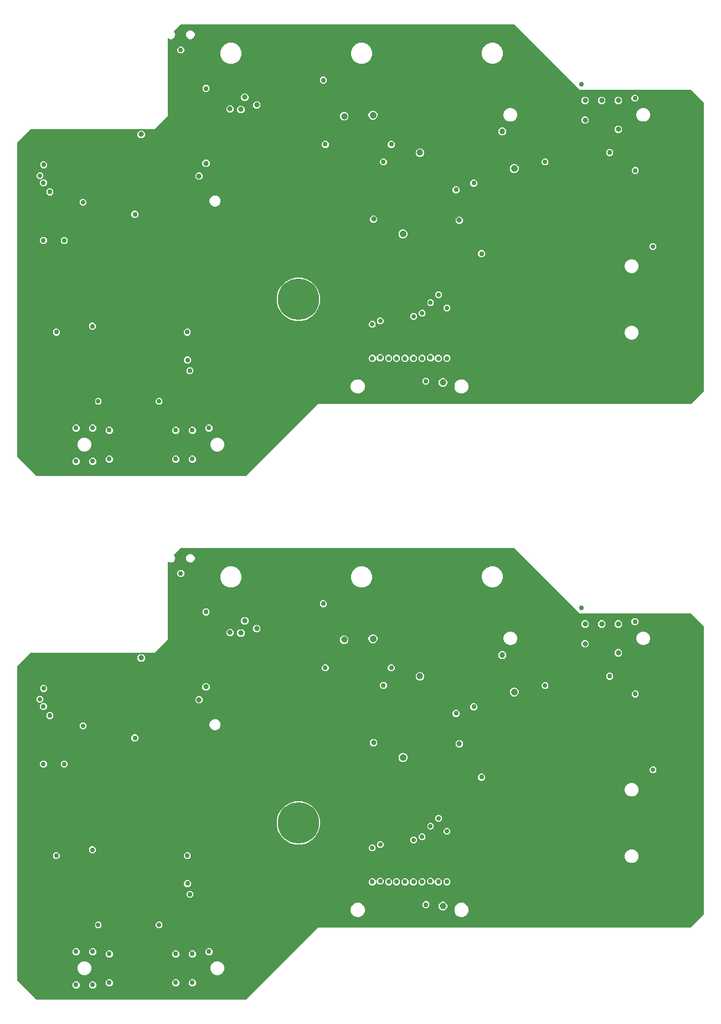
<source format=gbr>
G04 EAGLE Gerber RS-274X export*
G75*
%MOMM*%
%FSLAX34Y34*%
%LPD*%
%INLayer3*%
%IPPOS*%
%AMOC8*
5,1,8,0,0,1.08239X$1,22.5*%
G01*
%ADD10C,0.756400*%
%ADD11C,0.706400*%
%ADD12C,0.806400*%
%ADD13C,1.006400*%
%ADD14C,0.406400*%
%ADD15C,0.508000*%
%ADD16C,0.254000*%
%ADD17C,0.856400*%
%ADD18C,1.056400*%
%ADD19C,6.316000*%

G36*
X471502Y914997D02*
X471502Y914997D01*
X471503Y914997D01*
X581502Y1024996D01*
X1151500Y1024996D01*
X1151502Y1024997D01*
X1151503Y1024997D01*
X1171503Y1044997D01*
X1171503Y1044998D01*
X1171503Y1044999D01*
X1171504Y1045000D01*
X1171504Y1485000D01*
X1171503Y1485002D01*
X1171503Y1485003D01*
X1151503Y1505003D01*
X1151501Y1505003D01*
X1151500Y1505004D01*
X981502Y1505004D01*
X881503Y1605003D01*
X881501Y1605003D01*
X881500Y1605004D01*
X371500Y1605004D01*
X371498Y1605003D01*
X371497Y1605003D01*
X360681Y1594187D01*
X360681Y1594186D01*
X360680Y1594185D01*
X360681Y1594183D01*
X360681Y1594181D01*
X361981Y1592881D01*
X362977Y1590477D01*
X362977Y1587875D01*
X361981Y1585471D01*
X360141Y1583631D01*
X357737Y1582635D01*
X355135Y1582635D01*
X352731Y1583631D01*
X351503Y1584859D01*
X351502Y1584859D01*
X351501Y1584860D01*
X351499Y1584859D01*
X351497Y1584859D01*
X351497Y1584857D01*
X351496Y1584856D01*
X351496Y1465002D01*
X331498Y1445004D01*
X141500Y1445004D01*
X141498Y1445003D01*
X141497Y1445003D01*
X121497Y1425003D01*
X121497Y1425002D01*
X121496Y1425001D01*
X121496Y1425000D01*
X121496Y945000D01*
X121497Y944998D01*
X121497Y944997D01*
X151497Y914997D01*
X151499Y914997D01*
X151500Y914996D01*
X471500Y914996D01*
X471502Y914997D01*
G37*
G36*
X471502Y114997D02*
X471502Y114997D01*
X471503Y114997D01*
X581502Y224996D01*
X1151500Y224996D01*
X1151502Y224997D01*
X1151503Y224997D01*
X1171503Y244997D01*
X1171503Y244998D01*
X1171503Y244999D01*
X1171504Y245000D01*
X1171504Y685000D01*
X1171503Y685002D01*
X1171503Y685003D01*
X1151503Y705003D01*
X1151501Y705003D01*
X1151500Y705004D01*
X981502Y705004D01*
X881503Y805003D01*
X881501Y805003D01*
X881500Y805004D01*
X371500Y805004D01*
X371498Y805003D01*
X371497Y805003D01*
X360681Y794187D01*
X360681Y794186D01*
X360680Y794185D01*
X360681Y794183D01*
X360681Y794181D01*
X361981Y792881D01*
X362977Y790477D01*
X362977Y787875D01*
X361981Y785471D01*
X360141Y783631D01*
X357737Y782635D01*
X355135Y782635D01*
X352731Y783631D01*
X351503Y784859D01*
X351502Y784859D01*
X351501Y784860D01*
X351499Y784859D01*
X351497Y784859D01*
X351497Y784857D01*
X351496Y784856D01*
X351496Y665002D01*
X331498Y645004D01*
X141500Y645004D01*
X141498Y645003D01*
X141497Y645003D01*
X121497Y625003D01*
X121497Y625002D01*
X121496Y625001D01*
X121496Y625000D01*
X121496Y145000D01*
X121497Y144998D01*
X121497Y144997D01*
X151497Y114997D01*
X151499Y114997D01*
X151500Y114996D01*
X471500Y114996D01*
X471502Y114997D01*
G37*
%LPC*%
G36*
X547142Y1151895D02*
X547142Y1151895D01*
X538722Y1154151D01*
X531173Y1158510D01*
X525010Y1164673D01*
X520651Y1172222D01*
X518395Y1180642D01*
X518395Y1189358D01*
X520651Y1197778D01*
X525010Y1205327D01*
X531173Y1211490D01*
X538722Y1215849D01*
X547142Y1218105D01*
X555858Y1218105D01*
X564278Y1215849D01*
X571827Y1211490D01*
X577990Y1205327D01*
X582349Y1197778D01*
X584605Y1189358D01*
X584605Y1180642D01*
X582349Y1172222D01*
X577990Y1164673D01*
X571827Y1158510D01*
X564278Y1154151D01*
X555858Y1151895D01*
X547142Y1151895D01*
G37*
%LPD*%
%LPC*%
G36*
X547142Y351895D02*
X547142Y351895D01*
X538722Y354151D01*
X531173Y358510D01*
X525010Y364673D01*
X520651Y372222D01*
X518395Y380642D01*
X518395Y389358D01*
X520651Y397778D01*
X525010Y405327D01*
X531173Y411490D01*
X538722Y415849D01*
X547142Y418105D01*
X555858Y418105D01*
X564278Y415849D01*
X571827Y411490D01*
X577990Y405327D01*
X582349Y397778D01*
X584605Y389358D01*
X584605Y380642D01*
X582349Y372222D01*
X577990Y364673D01*
X571827Y358510D01*
X564278Y354151D01*
X555858Y351895D01*
X547142Y351895D01*
G37*
%LPD*%
%LPC*%
G36*
X445009Y1544723D02*
X445009Y1544723D01*
X439114Y1547165D01*
X434601Y1551678D01*
X432159Y1557573D01*
X432159Y1563955D01*
X434601Y1569850D01*
X439114Y1574363D01*
X445009Y1576805D01*
X451391Y1576805D01*
X457286Y1574363D01*
X461799Y1569850D01*
X464241Y1563955D01*
X464241Y1557573D01*
X461799Y1551678D01*
X457286Y1547165D01*
X451391Y1544723D01*
X445009Y1544723D01*
G37*
%LPD*%
%LPC*%
G36*
X845009Y745223D02*
X845009Y745223D01*
X839114Y747665D01*
X834601Y752178D01*
X832159Y758073D01*
X832159Y764455D01*
X834601Y770350D01*
X839114Y774863D01*
X845009Y777305D01*
X851391Y777305D01*
X857286Y774863D01*
X861799Y770350D01*
X864241Y764455D01*
X864241Y758073D01*
X861799Y752178D01*
X857286Y747665D01*
X851391Y745223D01*
X845009Y745223D01*
G37*
%LPD*%
%LPC*%
G36*
X644969Y744723D02*
X644969Y744723D01*
X639074Y747165D01*
X634561Y751678D01*
X632119Y757573D01*
X632119Y763955D01*
X634561Y769850D01*
X639074Y774363D01*
X644969Y776805D01*
X651351Y776805D01*
X657246Y774363D01*
X661759Y769850D01*
X664201Y763955D01*
X664201Y757573D01*
X661759Y751678D01*
X657246Y747165D01*
X651351Y744723D01*
X644969Y744723D01*
G37*
%LPD*%
%LPC*%
G36*
X445009Y744723D02*
X445009Y744723D01*
X439114Y747165D01*
X434601Y751678D01*
X432159Y757573D01*
X432159Y763955D01*
X434601Y769850D01*
X439114Y774363D01*
X445009Y776805D01*
X451391Y776805D01*
X457286Y774363D01*
X461799Y769850D01*
X464241Y763955D01*
X464241Y757573D01*
X461799Y751678D01*
X457286Y747165D01*
X451391Y744723D01*
X445009Y744723D01*
G37*
%LPD*%
%LPC*%
G36*
X644969Y1544723D02*
X644969Y1544723D01*
X639074Y1547165D01*
X634561Y1551678D01*
X632119Y1557573D01*
X632119Y1563955D01*
X634561Y1569850D01*
X639074Y1574363D01*
X644969Y1576805D01*
X651351Y1576805D01*
X657246Y1574363D01*
X661759Y1569850D01*
X664201Y1563955D01*
X664201Y1557573D01*
X661759Y1551678D01*
X657246Y1547165D01*
X651351Y1544723D01*
X644969Y1544723D01*
G37*
%LPD*%
%LPC*%
G36*
X845009Y1545223D02*
X845009Y1545223D01*
X839114Y1547665D01*
X834601Y1552178D01*
X832159Y1558073D01*
X832159Y1564455D01*
X834601Y1570350D01*
X839114Y1574863D01*
X845009Y1577305D01*
X851391Y1577305D01*
X857286Y1574863D01*
X861799Y1570350D01*
X864241Y1564455D01*
X864241Y1558073D01*
X861799Y1552178D01*
X857286Y1547665D01*
X851391Y1545223D01*
X845009Y1545223D01*
G37*
%LPD*%
%LPC*%
G36*
X640104Y1041209D02*
X640104Y1041209D01*
X636138Y1042852D01*
X633102Y1045888D01*
X631459Y1049854D01*
X631459Y1054146D01*
X633102Y1058112D01*
X636138Y1061148D01*
X640104Y1062791D01*
X644396Y1062791D01*
X648362Y1061148D01*
X651398Y1058112D01*
X653041Y1054146D01*
X653041Y1049854D01*
X651398Y1045888D01*
X648362Y1042852D01*
X644396Y1041209D01*
X640104Y1041209D01*
G37*
%LPD*%
%LPC*%
G36*
X798604Y241209D02*
X798604Y241209D01*
X794638Y242852D01*
X791602Y245888D01*
X789959Y249854D01*
X789959Y254146D01*
X791602Y258112D01*
X794638Y261148D01*
X798604Y262791D01*
X802896Y262791D01*
X806862Y261148D01*
X809898Y258112D01*
X811541Y254146D01*
X811541Y249854D01*
X809898Y245888D01*
X806862Y242852D01*
X802896Y241209D01*
X798604Y241209D01*
G37*
%LPD*%
%LPC*%
G36*
X640104Y241209D02*
X640104Y241209D01*
X636138Y242852D01*
X633102Y245888D01*
X631459Y249854D01*
X631459Y254146D01*
X633102Y258112D01*
X636138Y261148D01*
X640104Y262791D01*
X644396Y262791D01*
X648362Y261148D01*
X651398Y258112D01*
X653041Y254146D01*
X653041Y249854D01*
X651398Y245888D01*
X648362Y242852D01*
X644396Y241209D01*
X640104Y241209D01*
G37*
%LPD*%
%LPC*%
G36*
X798604Y1041209D02*
X798604Y1041209D01*
X794638Y1042852D01*
X791602Y1045888D01*
X789959Y1049854D01*
X789959Y1054146D01*
X791602Y1058112D01*
X794638Y1061148D01*
X798604Y1062791D01*
X802896Y1062791D01*
X806862Y1061148D01*
X809898Y1058112D01*
X811541Y1054146D01*
X811541Y1049854D01*
X809898Y1045888D01*
X806862Y1042852D01*
X802896Y1041209D01*
X798604Y1041209D01*
G37*
%LPD*%
%LPC*%
G36*
X1059013Y425359D02*
X1059013Y425359D01*
X1055176Y426949D01*
X1052239Y429886D01*
X1050649Y433723D01*
X1050649Y437877D01*
X1052239Y441714D01*
X1055176Y444651D01*
X1059013Y446241D01*
X1063167Y446241D01*
X1067004Y444651D01*
X1069941Y441714D01*
X1071531Y437877D01*
X1071531Y433723D01*
X1069941Y429886D01*
X1067004Y426949D01*
X1063167Y425359D01*
X1059013Y425359D01*
G37*
%LPD*%
%LPC*%
G36*
X425323Y152559D02*
X425323Y152559D01*
X421486Y154149D01*
X418549Y157086D01*
X416959Y160923D01*
X416959Y165077D01*
X418549Y168914D01*
X421486Y171851D01*
X425323Y173441D01*
X429477Y173441D01*
X433314Y171851D01*
X436251Y168914D01*
X437841Y165077D01*
X437841Y160923D01*
X436251Y157086D01*
X433314Y154149D01*
X429477Y152559D01*
X425323Y152559D01*
G37*
%LPD*%
%LPC*%
G36*
X1076723Y1456559D02*
X1076723Y1456559D01*
X1072886Y1458149D01*
X1069949Y1461086D01*
X1068359Y1464923D01*
X1068359Y1469077D01*
X1069949Y1472914D01*
X1072886Y1475851D01*
X1076723Y1477441D01*
X1080877Y1477441D01*
X1084714Y1475851D01*
X1087651Y1472914D01*
X1089241Y1469077D01*
X1089241Y1464923D01*
X1087651Y1461086D01*
X1084714Y1458149D01*
X1080877Y1456559D01*
X1076723Y1456559D01*
G37*
%LPD*%
%LPC*%
G36*
X873523Y1456559D02*
X873523Y1456559D01*
X869686Y1458149D01*
X866749Y1461086D01*
X865159Y1464923D01*
X865159Y1469077D01*
X866749Y1472914D01*
X869686Y1475851D01*
X873523Y1477441D01*
X877677Y1477441D01*
X881514Y1475851D01*
X884451Y1472914D01*
X886041Y1469077D01*
X886041Y1464923D01*
X884451Y1461086D01*
X881514Y1458149D01*
X877677Y1456559D01*
X873523Y1456559D01*
G37*
%LPD*%
%LPC*%
G36*
X1059013Y323759D02*
X1059013Y323759D01*
X1055176Y325349D01*
X1052239Y328286D01*
X1050649Y332123D01*
X1050649Y336277D01*
X1052239Y340114D01*
X1055176Y343051D01*
X1059013Y344641D01*
X1063167Y344641D01*
X1067004Y343051D01*
X1069941Y340114D01*
X1071531Y336277D01*
X1071531Y332123D01*
X1069941Y328286D01*
X1067004Y325349D01*
X1063167Y323759D01*
X1059013Y323759D01*
G37*
%LPD*%
%LPC*%
G36*
X425323Y952559D02*
X425323Y952559D01*
X421486Y954149D01*
X418549Y957086D01*
X416959Y960923D01*
X416959Y965077D01*
X418549Y968914D01*
X421486Y971851D01*
X425323Y973441D01*
X429477Y973441D01*
X433314Y971851D01*
X436251Y968914D01*
X437841Y965077D01*
X437841Y960923D01*
X436251Y957086D01*
X433314Y954149D01*
X429477Y952559D01*
X425323Y952559D01*
G37*
%LPD*%
%LPC*%
G36*
X222123Y952559D02*
X222123Y952559D01*
X218286Y954149D01*
X215349Y957086D01*
X213759Y960923D01*
X213759Y965077D01*
X215349Y968914D01*
X218286Y971851D01*
X222123Y973441D01*
X226277Y973441D01*
X230114Y971851D01*
X233051Y968914D01*
X234641Y965077D01*
X234641Y960923D01*
X233051Y957086D01*
X230114Y954149D01*
X226277Y952559D01*
X222123Y952559D01*
G37*
%LPD*%
%LPC*%
G36*
X1059013Y1225359D02*
X1059013Y1225359D01*
X1055176Y1226949D01*
X1052239Y1229886D01*
X1050649Y1233723D01*
X1050649Y1237877D01*
X1052239Y1241714D01*
X1055176Y1244651D01*
X1059013Y1246241D01*
X1063167Y1246241D01*
X1067004Y1244651D01*
X1069941Y1241714D01*
X1071531Y1237877D01*
X1071531Y1233723D01*
X1069941Y1229886D01*
X1067004Y1226949D01*
X1063167Y1225359D01*
X1059013Y1225359D01*
G37*
%LPD*%
%LPC*%
G36*
X222123Y152559D02*
X222123Y152559D01*
X218286Y154149D01*
X215349Y157086D01*
X213759Y160923D01*
X213759Y165077D01*
X215349Y168914D01*
X218286Y171851D01*
X222123Y173441D01*
X226277Y173441D01*
X230114Y171851D01*
X233051Y168914D01*
X234641Y165077D01*
X234641Y160923D01*
X233051Y157086D01*
X230114Y154149D01*
X226277Y152559D01*
X222123Y152559D01*
G37*
%LPD*%
%LPC*%
G36*
X1076723Y656559D02*
X1076723Y656559D01*
X1072886Y658149D01*
X1069949Y661086D01*
X1068359Y664923D01*
X1068359Y669077D01*
X1069949Y672914D01*
X1072886Y675851D01*
X1076723Y677441D01*
X1080877Y677441D01*
X1084714Y675851D01*
X1087651Y672914D01*
X1089241Y669077D01*
X1089241Y664923D01*
X1087651Y661086D01*
X1084714Y658149D01*
X1080877Y656559D01*
X1076723Y656559D01*
G37*
%LPD*%
%LPC*%
G36*
X873523Y656559D02*
X873523Y656559D01*
X869686Y658149D01*
X866749Y661086D01*
X865159Y664923D01*
X865159Y669077D01*
X866749Y672914D01*
X869686Y675851D01*
X873523Y677441D01*
X877677Y677441D01*
X881514Y675851D01*
X884451Y672914D01*
X886041Y669077D01*
X886041Y664923D01*
X884451Y661086D01*
X881514Y658149D01*
X877677Y656559D01*
X873523Y656559D01*
G37*
%LPD*%
%LPC*%
G36*
X1059013Y1123759D02*
X1059013Y1123759D01*
X1055176Y1125349D01*
X1052239Y1128286D01*
X1050649Y1132123D01*
X1050649Y1136277D01*
X1052239Y1140114D01*
X1055176Y1143051D01*
X1059013Y1144641D01*
X1063167Y1144641D01*
X1067004Y1143051D01*
X1069941Y1140114D01*
X1071531Y1136277D01*
X1071531Y1132123D01*
X1069941Y1128286D01*
X1067004Y1125349D01*
X1063167Y1123759D01*
X1059013Y1123759D01*
G37*
%LPD*%
%LPC*%
G36*
X422313Y1326719D02*
X422313Y1326719D01*
X419174Y1328020D01*
X416772Y1330422D01*
X415471Y1333561D01*
X415471Y1336959D01*
X416772Y1340098D01*
X419174Y1342500D01*
X422313Y1343801D01*
X425711Y1343801D01*
X428850Y1342500D01*
X431252Y1340098D01*
X432553Y1336959D01*
X432553Y1333561D01*
X431252Y1330422D01*
X428850Y1328020D01*
X425711Y1326719D01*
X422313Y1326719D01*
G37*
%LPD*%
%LPC*%
G36*
X422313Y526719D02*
X422313Y526719D01*
X419174Y528020D01*
X416772Y530422D01*
X415471Y533561D01*
X415471Y536959D01*
X416772Y540098D01*
X419174Y542500D01*
X422313Y543801D01*
X425711Y543801D01*
X428850Y542500D01*
X431252Y540098D01*
X432553Y536959D01*
X432553Y533561D01*
X431252Y530422D01*
X428850Y528020D01*
X425711Y526719D01*
X422313Y526719D01*
G37*
%LPD*%
%LPC*%
G36*
X880146Y578193D02*
X880146Y578193D01*
X877644Y579230D01*
X875730Y581144D01*
X874693Y583646D01*
X874693Y586354D01*
X875730Y588856D01*
X877644Y590770D01*
X880146Y591807D01*
X882854Y591807D01*
X885356Y590770D01*
X887270Y588856D01*
X888307Y586354D01*
X888307Y583646D01*
X887270Y581144D01*
X885356Y579230D01*
X882854Y578193D01*
X880146Y578193D01*
G37*
%LPD*%
%LPC*%
G36*
X710146Y1278193D02*
X710146Y1278193D01*
X707644Y1279230D01*
X705730Y1281144D01*
X704693Y1283646D01*
X704693Y1286354D01*
X705730Y1288856D01*
X707644Y1290770D01*
X710146Y1291807D01*
X712854Y1291807D01*
X715356Y1290770D01*
X717270Y1288856D01*
X718307Y1286354D01*
X718307Y1283646D01*
X717270Y1281144D01*
X715356Y1279230D01*
X712854Y1278193D01*
X710146Y1278193D01*
G37*
%LPD*%
%LPC*%
G36*
X710146Y478193D02*
X710146Y478193D01*
X707644Y479230D01*
X705730Y481144D01*
X704693Y483646D01*
X704693Y486354D01*
X705730Y488856D01*
X707644Y490770D01*
X710146Y491807D01*
X712854Y491807D01*
X715356Y490770D01*
X717270Y488856D01*
X718307Y486354D01*
X718307Y483646D01*
X717270Y481144D01*
X715356Y479230D01*
X712854Y478193D01*
X710146Y478193D01*
G37*
%LPD*%
%LPC*%
G36*
X664146Y1459573D02*
X664146Y1459573D01*
X661644Y1460610D01*
X659730Y1462524D01*
X658693Y1465026D01*
X658693Y1467734D01*
X659730Y1470236D01*
X661644Y1472150D01*
X664146Y1473187D01*
X666854Y1473187D01*
X669356Y1472150D01*
X671270Y1470236D01*
X672307Y1467734D01*
X672307Y1465026D01*
X671270Y1462524D01*
X669356Y1460610D01*
X666854Y1459573D01*
X664146Y1459573D01*
G37*
%LPD*%
%LPC*%
G36*
X880146Y1378193D02*
X880146Y1378193D01*
X877644Y1379230D01*
X875730Y1381144D01*
X874693Y1383646D01*
X874693Y1386354D01*
X875730Y1388856D01*
X877644Y1390770D01*
X880146Y1391807D01*
X882854Y1391807D01*
X885356Y1390770D01*
X887270Y1388856D01*
X888307Y1386354D01*
X888307Y1383646D01*
X887270Y1381144D01*
X885356Y1379230D01*
X882854Y1378193D01*
X880146Y1378193D01*
G37*
%LPD*%
%LPC*%
G36*
X664146Y659573D02*
X664146Y659573D01*
X661644Y660610D01*
X659730Y662524D01*
X658693Y665026D01*
X658693Y667734D01*
X659730Y670236D01*
X661644Y672150D01*
X664146Y673187D01*
X666854Y673187D01*
X669356Y672150D01*
X671270Y670236D01*
X672307Y667734D01*
X672307Y665026D01*
X671270Y662524D01*
X669356Y660610D01*
X666854Y659573D01*
X664146Y659573D01*
G37*
%LPD*%
%LPC*%
G36*
X771196Y1051443D02*
X771196Y1051443D01*
X768786Y1052441D01*
X766941Y1054286D01*
X765943Y1056696D01*
X765943Y1059304D01*
X766941Y1061714D01*
X768786Y1063559D01*
X771196Y1064557D01*
X773804Y1064557D01*
X776214Y1063559D01*
X778059Y1061714D01*
X779057Y1059304D01*
X779057Y1056696D01*
X778059Y1054286D01*
X776214Y1052441D01*
X773804Y1051443D01*
X771196Y1051443D01*
G37*
%LPD*%
%LPC*%
G36*
X736000Y1402639D02*
X736000Y1402639D01*
X733590Y1403637D01*
X731745Y1405482D01*
X730747Y1407892D01*
X730747Y1410500D01*
X731745Y1412910D01*
X733590Y1414755D01*
X736000Y1415753D01*
X738608Y1415753D01*
X741018Y1414755D01*
X742863Y1412910D01*
X743861Y1410500D01*
X743861Y1407892D01*
X742863Y1405482D01*
X741018Y1403637D01*
X738608Y1402639D01*
X736000Y1402639D01*
G37*
%LPD*%
%LPC*%
G36*
X620196Y1458443D02*
X620196Y1458443D01*
X617786Y1459441D01*
X615941Y1461286D01*
X614943Y1463696D01*
X614943Y1466304D01*
X615941Y1468714D01*
X617786Y1470559D01*
X620196Y1471557D01*
X622804Y1471557D01*
X625214Y1470559D01*
X627059Y1468714D01*
X628057Y1466304D01*
X628057Y1463696D01*
X627059Y1461286D01*
X625214Y1459441D01*
X622804Y1458443D01*
X620196Y1458443D01*
G37*
%LPD*%
%LPC*%
G36*
X771196Y251443D02*
X771196Y251443D01*
X768786Y252441D01*
X766941Y254286D01*
X765943Y256696D01*
X765943Y259304D01*
X766941Y261714D01*
X768786Y263559D01*
X771196Y264557D01*
X773804Y264557D01*
X776214Y263559D01*
X778059Y261714D01*
X779057Y259304D01*
X779057Y256696D01*
X778059Y254286D01*
X776214Y252441D01*
X773804Y251443D01*
X771196Y251443D01*
G37*
%LPD*%
%LPC*%
G36*
X736000Y602639D02*
X736000Y602639D01*
X733590Y603637D01*
X731745Y605482D01*
X730747Y607892D01*
X730747Y610500D01*
X731745Y612910D01*
X733590Y614755D01*
X736000Y615753D01*
X738608Y615753D01*
X741018Y614755D01*
X742863Y612910D01*
X743861Y610500D01*
X743861Y607892D01*
X742863Y605482D01*
X741018Y603637D01*
X738608Y602639D01*
X736000Y602639D01*
G37*
%LPD*%
%LPC*%
G36*
X620196Y658443D02*
X620196Y658443D01*
X617786Y659441D01*
X615941Y661286D01*
X614943Y663696D01*
X614943Y666304D01*
X615941Y668714D01*
X617786Y670559D01*
X620196Y671557D01*
X622804Y671557D01*
X625214Y670559D01*
X627059Y668714D01*
X628057Y666304D01*
X628057Y663696D01*
X627059Y661286D01*
X625214Y659441D01*
X622804Y658443D01*
X620196Y658443D01*
G37*
%LPD*%
%LPC*%
G36*
X385135Y782635D02*
X385135Y782635D01*
X382731Y783631D01*
X380891Y785471D01*
X379895Y787875D01*
X379895Y790477D01*
X380891Y792881D01*
X382731Y794721D01*
X385135Y795717D01*
X387737Y795717D01*
X390141Y794721D01*
X391981Y792881D01*
X392977Y790477D01*
X392977Y787875D01*
X391981Y785471D01*
X390141Y783631D01*
X387737Y782635D01*
X385135Y782635D01*
G37*
%LPD*%
%LPC*%
G36*
X385135Y1582635D02*
X385135Y1582635D01*
X382731Y1583631D01*
X380891Y1585471D01*
X379895Y1587875D01*
X379895Y1590477D01*
X380891Y1592881D01*
X382731Y1594721D01*
X385135Y1595717D01*
X387737Y1595717D01*
X390141Y1594721D01*
X391981Y1592881D01*
X392977Y1590477D01*
X392977Y1587875D01*
X391981Y1585471D01*
X390141Y1583631D01*
X387737Y1582635D01*
X385135Y1582635D01*
G37*
%LPD*%
%LPC*%
G36*
X860495Y1435793D02*
X860495Y1435793D01*
X857093Y1439195D01*
X857093Y1444005D01*
X860495Y1447407D01*
X865305Y1447407D01*
X868707Y1444005D01*
X868707Y1439195D01*
X865305Y1435793D01*
X860495Y1435793D01*
G37*
%LPD*%
%LPC*%
G36*
X860495Y635793D02*
X860495Y635793D01*
X857093Y639195D01*
X857093Y644005D01*
X860495Y647407D01*
X865305Y647407D01*
X868707Y644005D01*
X868707Y639195D01*
X865305Y635793D01*
X860495Y635793D01*
G37*
%LPD*%
%LPC*%
G36*
X795198Y1300443D02*
X795198Y1300443D01*
X791943Y1303698D01*
X791943Y1308302D01*
X795198Y1311557D01*
X799802Y1311557D01*
X803057Y1308302D01*
X803057Y1303698D01*
X799802Y1300443D01*
X795198Y1300443D01*
G37*
%LPD*%
%LPC*%
G36*
X1038398Y1483443D02*
X1038398Y1483443D01*
X1035143Y1486698D01*
X1035143Y1491302D01*
X1038398Y1494557D01*
X1043002Y1494557D01*
X1046257Y1491302D01*
X1046257Y1486698D01*
X1043002Y1483443D01*
X1038398Y1483443D01*
G37*
%LPD*%
%LPC*%
G36*
X1012998Y1483443D02*
X1012998Y1483443D01*
X1009743Y1486698D01*
X1009743Y1491302D01*
X1012998Y1494557D01*
X1017602Y1494557D01*
X1020857Y1491302D01*
X1020857Y1486698D01*
X1017602Y1483443D01*
X1012998Y1483443D01*
G37*
%LPD*%
%LPC*%
G36*
X987598Y1483443D02*
X987598Y1483443D01*
X984343Y1486698D01*
X984343Y1491302D01*
X987598Y1494557D01*
X992202Y1494557D01*
X995457Y1491302D01*
X995457Y1486698D01*
X992202Y1483443D01*
X987598Y1483443D01*
G37*
%LPD*%
%LPC*%
G36*
X485666Y1476617D02*
X485666Y1476617D01*
X482411Y1479872D01*
X482411Y1484476D01*
X485666Y1487731D01*
X490270Y1487731D01*
X493525Y1484476D01*
X493525Y1479872D01*
X490270Y1476617D01*
X485666Y1476617D01*
G37*
%LPD*%
%LPC*%
G36*
X795198Y500443D02*
X795198Y500443D01*
X791943Y503698D01*
X791943Y508302D01*
X795198Y511557D01*
X799802Y511557D01*
X803057Y508302D01*
X803057Y503698D01*
X799802Y500443D01*
X795198Y500443D01*
G37*
%LPD*%
%LPC*%
G36*
X664198Y502131D02*
X664198Y502131D01*
X660943Y505386D01*
X660943Y509990D01*
X664198Y513245D01*
X668802Y513245D01*
X672057Y509990D01*
X672057Y505386D01*
X668802Y502131D01*
X664198Y502131D01*
G37*
%LPD*%
%LPC*%
G36*
X444518Y1470501D02*
X444518Y1470501D01*
X441263Y1473756D01*
X441263Y1478359D01*
X444518Y1481614D01*
X449122Y1481614D01*
X452377Y1478359D01*
X452377Y1473756D01*
X449122Y1470501D01*
X444518Y1470501D01*
G37*
%LPD*%
%LPC*%
G36*
X397274Y567663D02*
X397274Y567663D01*
X394019Y570918D01*
X394019Y575522D01*
X397274Y578777D01*
X401878Y578777D01*
X405133Y575522D01*
X405133Y570918D01*
X401878Y567663D01*
X397274Y567663D01*
G37*
%LPD*%
%LPC*%
G36*
X461282Y1469771D02*
X461282Y1469771D01*
X458027Y1473026D01*
X458027Y1477630D01*
X461282Y1480885D01*
X465886Y1480885D01*
X469141Y1477630D01*
X469141Y1473026D01*
X465886Y1469771D01*
X461282Y1469771D01*
G37*
%LPD*%
%LPC*%
G36*
X407942Y587475D02*
X407942Y587475D01*
X404687Y590730D01*
X404687Y595334D01*
X407942Y598589D01*
X412546Y598589D01*
X415801Y595334D01*
X415801Y590730D01*
X412546Y587475D01*
X407942Y587475D01*
G37*
%LPD*%
%LPC*%
G36*
X987598Y1453159D02*
X987598Y1453159D01*
X984343Y1456414D01*
X984343Y1461018D01*
X987598Y1464273D01*
X992202Y1464273D01*
X995457Y1461018D01*
X995457Y1456414D01*
X992202Y1453159D01*
X987598Y1453159D01*
G37*
%LPD*%
%LPC*%
G36*
X308882Y631671D02*
X308882Y631671D01*
X305627Y634926D01*
X305627Y639530D01*
X308882Y642785D01*
X313486Y642785D01*
X316741Y639530D01*
X316741Y634926D01*
X313486Y631671D01*
X308882Y631671D01*
G37*
%LPD*%
%LPC*%
G36*
X664198Y1302131D02*
X664198Y1302131D01*
X660943Y1305386D01*
X660943Y1309990D01*
X664198Y1313245D01*
X668802Y1313245D01*
X672057Y1309990D01*
X672057Y1305386D01*
X668802Y1302131D01*
X664198Y1302131D01*
G37*
%LPD*%
%LPC*%
G36*
X1038398Y639443D02*
X1038398Y639443D01*
X1035143Y642698D01*
X1035143Y647302D01*
X1038398Y650557D01*
X1043002Y650557D01*
X1046257Y647302D01*
X1046257Y642698D01*
X1043002Y639443D01*
X1038398Y639443D01*
G37*
%LPD*%
%LPC*%
G36*
X1038398Y1439443D02*
X1038398Y1439443D01*
X1035143Y1442698D01*
X1035143Y1447302D01*
X1038398Y1450557D01*
X1043002Y1450557D01*
X1046257Y1447302D01*
X1046257Y1442698D01*
X1043002Y1439443D01*
X1038398Y1439443D01*
G37*
%LPD*%
%LPC*%
G36*
X397274Y1367663D02*
X397274Y1367663D01*
X394019Y1370918D01*
X394019Y1375522D01*
X397274Y1378777D01*
X401878Y1378777D01*
X405133Y1375522D01*
X405133Y1370918D01*
X401878Y1367663D01*
X397274Y1367663D01*
G37*
%LPD*%
%LPC*%
G36*
X467198Y1488443D02*
X467198Y1488443D01*
X463943Y1491698D01*
X463943Y1496302D01*
X467198Y1499557D01*
X471802Y1499557D01*
X475057Y1496302D01*
X475057Y1491698D01*
X471802Y1488443D01*
X467198Y1488443D01*
G37*
%LPD*%
%LPC*%
G36*
X308882Y1431671D02*
X308882Y1431671D01*
X305627Y1434926D01*
X305627Y1439530D01*
X308882Y1442785D01*
X313486Y1442785D01*
X316741Y1439530D01*
X316741Y1434926D01*
X313486Y1431671D01*
X308882Y1431671D01*
G37*
%LPD*%
%LPC*%
G36*
X461282Y669771D02*
X461282Y669771D01*
X458027Y673026D01*
X458027Y677630D01*
X461282Y680885D01*
X465886Y680885D01*
X469141Y677630D01*
X469141Y673026D01*
X465886Y669771D01*
X461282Y669771D01*
G37*
%LPD*%
%LPC*%
G36*
X444518Y670501D02*
X444518Y670501D01*
X441263Y673756D01*
X441263Y678359D01*
X444518Y681614D01*
X449122Y681614D01*
X452377Y678359D01*
X452377Y673756D01*
X449122Y670501D01*
X444518Y670501D01*
G37*
%LPD*%
%LPC*%
G36*
X485666Y676617D02*
X485666Y676617D01*
X482411Y679872D01*
X482411Y684476D01*
X485666Y687731D01*
X490270Y687731D01*
X493525Y684476D01*
X493525Y679872D01*
X490270Y676617D01*
X485666Y676617D01*
G37*
%LPD*%
%LPC*%
G36*
X987598Y683443D02*
X987598Y683443D01*
X984343Y686698D01*
X984343Y691302D01*
X987598Y694557D01*
X992202Y694557D01*
X995457Y691302D01*
X995457Y686698D01*
X992202Y683443D01*
X987598Y683443D01*
G37*
%LPD*%
%LPC*%
G36*
X1012998Y683443D02*
X1012998Y683443D01*
X1009743Y686698D01*
X1009743Y691302D01*
X1012998Y694557D01*
X1017602Y694557D01*
X1020857Y691302D01*
X1020857Y686698D01*
X1017602Y683443D01*
X1012998Y683443D01*
G37*
%LPD*%
%LPC*%
G36*
X1038398Y683443D02*
X1038398Y683443D01*
X1035143Y686698D01*
X1035143Y691302D01*
X1038398Y694557D01*
X1043002Y694557D01*
X1046257Y691302D01*
X1046257Y686698D01*
X1043002Y683443D01*
X1038398Y683443D01*
G37*
%LPD*%
%LPC*%
G36*
X467198Y688443D02*
X467198Y688443D01*
X463943Y691698D01*
X463943Y696302D01*
X467198Y699557D01*
X471802Y699557D01*
X475057Y696302D01*
X475057Y691698D01*
X471802Y688443D01*
X467198Y688443D01*
G37*
%LPD*%
%LPC*%
G36*
X987598Y653159D02*
X987598Y653159D01*
X984343Y656414D01*
X984343Y661018D01*
X987598Y664273D01*
X992202Y664273D01*
X995457Y661018D01*
X995457Y656414D01*
X992202Y653159D01*
X987598Y653159D01*
G37*
%LPD*%
%LPC*%
G36*
X407942Y1387475D02*
X407942Y1387475D01*
X404687Y1390730D01*
X404687Y1395334D01*
X407942Y1398589D01*
X412546Y1398589D01*
X415801Y1395334D01*
X415801Y1390730D01*
X412546Y1387475D01*
X407942Y1387475D01*
G37*
%LPD*%
%LPC*%
G36*
X662302Y1089693D02*
X662302Y1089693D01*
X659193Y1092802D01*
X659193Y1097198D01*
X662302Y1100307D01*
X666698Y1100307D01*
X669807Y1097198D01*
X669807Y1092802D01*
X666698Y1089693D01*
X662302Y1089693D01*
G37*
%LPD*%
%LPC*%
G36*
X379728Y1087119D02*
X379728Y1087119D01*
X376619Y1090228D01*
X376619Y1094624D01*
X379728Y1097733D01*
X384124Y1097733D01*
X387233Y1094624D01*
X387233Y1090228D01*
X384124Y1087119D01*
X379728Y1087119D01*
G37*
%LPD*%
%LPC*%
G36*
X383302Y1070693D02*
X383302Y1070693D01*
X380193Y1073802D01*
X380193Y1078198D01*
X383302Y1081307D01*
X387698Y1081307D01*
X390807Y1078198D01*
X390807Y1073802D01*
X387698Y1070693D01*
X383302Y1070693D01*
G37*
%LPD*%
%LPC*%
G36*
X744302Y1054693D02*
X744302Y1054693D01*
X741193Y1057802D01*
X741193Y1062198D01*
X744302Y1065307D01*
X748698Y1065307D01*
X751807Y1062198D01*
X751807Y1057802D01*
X748698Y1054693D01*
X744302Y1054693D01*
G37*
%LPD*%
%LPC*%
G36*
X234702Y132293D02*
X234702Y132293D01*
X231593Y135402D01*
X231593Y139798D01*
X234702Y142907D01*
X239098Y142907D01*
X242207Y139798D01*
X242207Y135402D01*
X239098Y132293D01*
X234702Y132293D01*
G37*
%LPD*%
%LPC*%
G36*
X1064302Y1376693D02*
X1064302Y1376693D01*
X1061193Y1379802D01*
X1061193Y1384198D01*
X1064302Y1387307D01*
X1068698Y1387307D01*
X1071807Y1384198D01*
X1071807Y1379802D01*
X1068698Y1376693D01*
X1064302Y1376693D01*
G37*
%LPD*%
%LPC*%
G36*
X159755Y1385240D02*
X159755Y1385240D01*
X156647Y1388349D01*
X156647Y1392745D01*
X159755Y1395853D01*
X164151Y1395853D01*
X167260Y1392745D01*
X167260Y1388349D01*
X164151Y1385240D01*
X159755Y1385240D01*
G37*
%LPD*%
%LPC*%
G36*
X387102Y135693D02*
X387102Y135693D01*
X383993Y138802D01*
X383993Y143198D01*
X387102Y146307D01*
X391498Y146307D01*
X394607Y143198D01*
X394607Y138802D01*
X391498Y135693D01*
X387102Y135693D01*
G37*
%LPD*%
%LPC*%
G36*
X260102Y135693D02*
X260102Y135693D01*
X256993Y138802D01*
X256993Y143198D01*
X260102Y146307D01*
X264498Y146307D01*
X267607Y143198D01*
X267607Y138802D01*
X264498Y135693D01*
X260102Y135693D01*
G37*
%LPD*%
%LPC*%
G36*
X412502Y983093D02*
X412502Y983093D01*
X409393Y986202D01*
X409393Y990598D01*
X412502Y993707D01*
X416898Y993707D01*
X420007Y990598D01*
X420007Y986202D01*
X416898Y983093D01*
X412502Y983093D01*
G37*
%LPD*%
%LPC*%
G36*
X234702Y983093D02*
X234702Y983093D01*
X231593Y986202D01*
X231593Y990598D01*
X234702Y993707D01*
X239098Y993707D01*
X242207Y990598D01*
X242207Y986202D01*
X239098Y983093D01*
X234702Y983093D01*
G37*
%LPD*%
%LPC*%
G36*
X209302Y983093D02*
X209302Y983093D01*
X206193Y986202D01*
X206193Y990598D01*
X209302Y993707D01*
X213698Y993707D01*
X216807Y990598D01*
X216807Y986202D01*
X213698Y983093D01*
X209302Y983093D01*
G37*
%LPD*%
%LPC*%
G36*
X387102Y979693D02*
X387102Y979693D01*
X383993Y982802D01*
X383993Y987198D01*
X387102Y990307D01*
X391498Y990307D01*
X394607Y987198D01*
X394607Y982802D01*
X391498Y979693D01*
X387102Y979693D01*
G37*
%LPD*%
%LPC*%
G36*
X361702Y979693D02*
X361702Y979693D01*
X358593Y982802D01*
X358593Y987198D01*
X361702Y990307D01*
X366098Y990307D01*
X369207Y987198D01*
X369207Y982802D01*
X366098Y979693D01*
X361702Y979693D01*
G37*
%LPD*%
%LPC*%
G36*
X260102Y979693D02*
X260102Y979693D01*
X256993Y982802D01*
X256993Y987198D01*
X260102Y990307D01*
X264498Y990307D01*
X267607Y987198D01*
X267607Y982802D01*
X264498Y979693D01*
X260102Y979693D01*
G37*
%LPD*%
%LPC*%
G36*
X687302Y1089693D02*
X687302Y1089693D01*
X684193Y1092802D01*
X684193Y1097198D01*
X687302Y1100307D01*
X691698Y1100307D01*
X694807Y1097198D01*
X694807Y1092802D01*
X691698Y1089693D01*
X687302Y1089693D01*
G37*
%LPD*%
%LPC*%
G36*
X361702Y135693D02*
X361702Y135693D01*
X358593Y138802D01*
X358593Y143198D01*
X361702Y146307D01*
X366098Y146307D01*
X369207Y143198D01*
X369207Y138802D01*
X366098Y135693D01*
X361702Y135693D01*
G37*
%LPD*%
%LPC*%
G36*
X387102Y935693D02*
X387102Y935693D01*
X383993Y938802D01*
X383993Y943198D01*
X387102Y946307D01*
X391498Y946307D01*
X394607Y943198D01*
X394607Y938802D01*
X391498Y935693D01*
X387102Y935693D01*
G37*
%LPD*%
%LPC*%
G36*
X361702Y935693D02*
X361702Y935693D01*
X358593Y938802D01*
X358593Y943198D01*
X361702Y946307D01*
X366098Y946307D01*
X369207Y943198D01*
X369207Y938802D01*
X366098Y935693D01*
X361702Y935693D01*
G37*
%LPD*%
%LPC*%
G36*
X260102Y935693D02*
X260102Y935693D01*
X256993Y938802D01*
X256993Y943198D01*
X260102Y946307D01*
X264498Y946307D01*
X267607Y943198D01*
X267607Y938802D01*
X264498Y935693D01*
X260102Y935693D01*
G37*
%LPD*%
%LPC*%
G36*
X234702Y932293D02*
X234702Y932293D01*
X231593Y935402D01*
X231593Y939798D01*
X234702Y942907D01*
X239098Y942907D01*
X242207Y939798D01*
X242207Y935402D01*
X239098Y932293D01*
X234702Y932293D01*
G37*
%LPD*%
%LPC*%
G36*
X209302Y932293D02*
X209302Y932293D01*
X206193Y935402D01*
X206193Y939798D01*
X209302Y942907D01*
X213698Y942907D01*
X216807Y939798D01*
X216807Y935402D01*
X213698Y932293D01*
X209302Y932293D01*
G37*
%LPD*%
%LPC*%
G36*
X699302Y1089693D02*
X699302Y1089693D01*
X696193Y1092802D01*
X696193Y1097198D01*
X699302Y1100307D01*
X703698Y1100307D01*
X706807Y1097198D01*
X706807Y1092802D01*
X703698Y1089693D01*
X699302Y1089693D01*
G37*
%LPD*%
%LPC*%
G36*
X169302Y1343809D02*
X169302Y1343809D01*
X166193Y1346918D01*
X166193Y1351314D01*
X169302Y1354423D01*
X173698Y1354423D01*
X176807Y1351314D01*
X176807Y1346918D01*
X173698Y1343809D01*
X169302Y1343809D01*
G37*
%LPD*%
%LPC*%
G36*
X679302Y1389693D02*
X679302Y1389693D01*
X676193Y1392802D01*
X676193Y1397198D01*
X679302Y1400307D01*
X683698Y1400307D01*
X686807Y1397198D01*
X686807Y1392802D01*
X683698Y1389693D01*
X679302Y1389693D01*
G37*
%LPD*%
%LPC*%
G36*
X1025302Y1403889D02*
X1025302Y1403889D01*
X1022193Y1406998D01*
X1022193Y1411394D01*
X1025302Y1414503D01*
X1029698Y1414503D01*
X1032807Y1411394D01*
X1032807Y1406998D01*
X1029698Y1403889D01*
X1025302Y1403889D01*
G37*
%LPD*%
%LPC*%
G36*
X590302Y1416693D02*
X590302Y1416693D01*
X587193Y1419802D01*
X587193Y1424198D01*
X590302Y1427307D01*
X594698Y1427307D01*
X597807Y1424198D01*
X597807Y1419802D01*
X594698Y1416693D01*
X590302Y1416693D01*
G37*
%LPD*%
%LPC*%
G36*
X369302Y760693D02*
X369302Y760693D01*
X366193Y763802D01*
X366193Y768198D01*
X369302Y771307D01*
X373698Y771307D01*
X376807Y768198D01*
X376807Y763802D01*
X373698Y760693D01*
X369302Y760693D01*
G37*
%LPD*%
%LPC*%
G36*
X587302Y714693D02*
X587302Y714693D01*
X584193Y717802D01*
X584193Y722198D01*
X587302Y725307D01*
X591698Y725307D01*
X594807Y722198D01*
X594807Y717802D01*
X591698Y714693D01*
X587302Y714693D01*
G37*
%LPD*%
%LPC*%
G36*
X408046Y702025D02*
X408046Y702025D01*
X404937Y705134D01*
X404937Y709530D01*
X408046Y712639D01*
X412442Y712639D01*
X415551Y709530D01*
X415551Y705134D01*
X412442Y702025D01*
X408046Y702025D01*
G37*
%LPD*%
%LPC*%
G36*
X712302Y1089693D02*
X712302Y1089693D01*
X709193Y1092802D01*
X709193Y1097198D01*
X712302Y1100307D01*
X716698Y1100307D01*
X719807Y1097198D01*
X719807Y1092802D01*
X716698Y1089693D01*
X712302Y1089693D01*
G37*
%LPD*%
%LPC*%
G36*
X1063902Y687093D02*
X1063902Y687093D01*
X1060793Y690202D01*
X1060793Y694598D01*
X1063902Y697707D01*
X1068298Y697707D01*
X1071407Y694598D01*
X1071407Y690202D01*
X1068298Y687093D01*
X1063902Y687093D01*
G37*
%LPD*%
%LPC*%
G36*
X725302Y1089693D02*
X725302Y1089693D01*
X722193Y1092802D01*
X722193Y1097198D01*
X725302Y1100307D01*
X729698Y1100307D01*
X732807Y1097198D01*
X732807Y1092802D01*
X729698Y1089693D01*
X725302Y1089693D01*
G37*
%LPD*%
%LPC*%
G36*
X776302Y1089693D02*
X776302Y1089693D01*
X773193Y1092802D01*
X773193Y1097198D01*
X776302Y1100307D01*
X780698Y1100307D01*
X783807Y1097198D01*
X783807Y1092802D01*
X780698Y1089693D01*
X776302Y1089693D01*
G37*
%LPD*%
%LPC*%
G36*
X763302Y1089693D02*
X763302Y1089693D01*
X760193Y1092802D01*
X760193Y1097198D01*
X763302Y1100307D01*
X767698Y1100307D01*
X770807Y1097198D01*
X770807Y1092802D01*
X767698Y1089693D01*
X763302Y1089693D01*
G37*
%LPD*%
%LPC*%
G36*
X738302Y1089693D02*
X738302Y1089693D01*
X735193Y1092802D01*
X735193Y1097198D01*
X738302Y1100307D01*
X742698Y1100307D01*
X745807Y1097198D01*
X745807Y1092802D01*
X742698Y1089693D01*
X738302Y1089693D01*
G37*
%LPD*%
%LPC*%
G36*
X751302Y1090693D02*
X751302Y1090693D01*
X748193Y1093802D01*
X748193Y1098198D01*
X751302Y1101307D01*
X755698Y1101307D01*
X758807Y1098198D01*
X758807Y1093802D01*
X755698Y1090693D01*
X751302Y1090693D01*
G37*
%LPD*%
%LPC*%
G36*
X674302Y1090693D02*
X674302Y1090693D01*
X671193Y1093802D01*
X671193Y1098198D01*
X674302Y1101307D01*
X678698Y1101307D01*
X681807Y1098198D01*
X681807Y1093802D01*
X678698Y1090693D01*
X674302Y1090693D01*
G37*
%LPD*%
%LPC*%
G36*
X691302Y1416693D02*
X691302Y1416693D01*
X688193Y1419802D01*
X688193Y1424198D01*
X691302Y1427307D01*
X695698Y1427307D01*
X698807Y1424198D01*
X698807Y1419802D01*
X695698Y1416693D01*
X691302Y1416693D01*
G37*
%LPD*%
%LPC*%
G36*
X179302Y1129693D02*
X179302Y1129693D01*
X176193Y1132802D01*
X176193Y1137198D01*
X179302Y1140307D01*
X183698Y1140307D01*
X186807Y1137198D01*
X186807Y1132802D01*
X183698Y1129693D01*
X179302Y1129693D01*
G37*
%LPD*%
%LPC*%
G36*
X379302Y1129693D02*
X379302Y1129693D01*
X376193Y1132802D01*
X376193Y1137198D01*
X379302Y1140307D01*
X383698Y1140307D01*
X386807Y1137198D01*
X386807Y1132802D01*
X383698Y1129693D01*
X379302Y1129693D01*
G37*
%LPD*%
%LPC*%
G36*
X234302Y1138693D02*
X234302Y1138693D01*
X231193Y1141802D01*
X231193Y1146198D01*
X234302Y1149307D01*
X238698Y1149307D01*
X241807Y1146198D01*
X241807Y1141802D01*
X238698Y1138693D01*
X234302Y1138693D01*
G37*
%LPD*%
%LPC*%
G36*
X209302Y132293D02*
X209302Y132293D01*
X206193Y135402D01*
X206193Y139798D01*
X209302Y142907D01*
X213698Y142907D01*
X216807Y139798D01*
X216807Y135402D01*
X213698Y132293D01*
X209302Y132293D01*
G37*
%LPD*%
%LPC*%
G36*
X369302Y1560693D02*
X369302Y1560693D01*
X366193Y1563802D01*
X366193Y1568198D01*
X369302Y1571307D01*
X373698Y1571307D01*
X376807Y1568198D01*
X376807Y1563802D01*
X373698Y1560693D01*
X369302Y1560693D01*
G37*
%LPD*%
%LPC*%
G36*
X587302Y1514693D02*
X587302Y1514693D01*
X584193Y1517802D01*
X584193Y1522198D01*
X587302Y1525307D01*
X591698Y1525307D01*
X594807Y1522198D01*
X594807Y1517802D01*
X591698Y1514693D01*
X587302Y1514693D01*
G37*
%LPD*%
%LPC*%
G36*
X260102Y179693D02*
X260102Y179693D01*
X256993Y182802D01*
X256993Y187198D01*
X260102Y190307D01*
X264498Y190307D01*
X267607Y187198D01*
X267607Y182802D01*
X264498Y179693D01*
X260102Y179693D01*
G37*
%LPD*%
%LPC*%
G36*
X691302Y616693D02*
X691302Y616693D01*
X688193Y619802D01*
X688193Y624198D01*
X691302Y627307D01*
X695698Y627307D01*
X698807Y624198D01*
X698807Y619802D01*
X695698Y616693D01*
X691302Y616693D01*
G37*
%LPD*%
%LPC*%
G36*
X590302Y616693D02*
X590302Y616693D01*
X587193Y619802D01*
X587193Y624198D01*
X590302Y627307D01*
X594698Y627307D01*
X597807Y624198D01*
X597807Y619802D01*
X594698Y616693D01*
X590302Y616693D01*
G37*
%LPD*%
%LPC*%
G36*
X361702Y179693D02*
X361702Y179693D01*
X358593Y182802D01*
X358593Y187198D01*
X361702Y190307D01*
X366098Y190307D01*
X369207Y187198D01*
X369207Y182802D01*
X366098Y179693D01*
X361702Y179693D01*
G37*
%LPD*%
%LPC*%
G36*
X1025302Y603889D02*
X1025302Y603889D01*
X1022193Y606998D01*
X1022193Y611394D01*
X1025302Y614503D01*
X1029698Y614503D01*
X1032807Y611394D01*
X1032807Y606998D01*
X1029698Y603889D01*
X1025302Y603889D01*
G37*
%LPD*%
%LPC*%
G36*
X679302Y589693D02*
X679302Y589693D01*
X676193Y592802D01*
X676193Y597198D01*
X679302Y600307D01*
X683698Y600307D01*
X686807Y597198D01*
X686807Y592802D01*
X683698Y589693D01*
X679302Y589693D01*
G37*
%LPD*%
%LPC*%
G36*
X387102Y179693D02*
X387102Y179693D01*
X383993Y182802D01*
X383993Y187198D01*
X387102Y190307D01*
X391498Y190307D01*
X394607Y187198D01*
X394607Y182802D01*
X391498Y179693D01*
X387102Y179693D01*
G37*
%LPD*%
%LPC*%
G36*
X209302Y183093D02*
X209302Y183093D01*
X206193Y186202D01*
X206193Y190598D01*
X209302Y193707D01*
X213698Y193707D01*
X216807Y190598D01*
X216807Y186202D01*
X213698Y183093D01*
X209302Y183093D01*
G37*
%LPD*%
%LPC*%
G36*
X159755Y585240D02*
X159755Y585240D01*
X156647Y588349D01*
X156647Y592745D01*
X159755Y595853D01*
X164151Y595853D01*
X167260Y592745D01*
X167260Y588349D01*
X164151Y585240D01*
X159755Y585240D01*
G37*
%LPD*%
%LPC*%
G36*
X234702Y183093D02*
X234702Y183093D01*
X231593Y186202D01*
X231593Y190598D01*
X234702Y193707D01*
X239098Y193707D01*
X242207Y190598D01*
X242207Y186202D01*
X239098Y183093D01*
X234702Y183093D01*
G37*
%LPD*%
%LPC*%
G36*
X1064302Y576693D02*
X1064302Y576693D01*
X1061193Y579802D01*
X1061193Y584198D01*
X1064302Y587307D01*
X1068698Y587307D01*
X1071807Y584198D01*
X1071807Y579802D01*
X1068698Y576693D01*
X1064302Y576693D01*
G37*
%LPD*%
%LPC*%
G36*
X412502Y183093D02*
X412502Y183093D01*
X409393Y186202D01*
X409393Y190598D01*
X412502Y193707D01*
X416898Y193707D01*
X420007Y190598D01*
X420007Y186202D01*
X416898Y183093D01*
X412502Y183093D01*
G37*
%LPD*%
%LPC*%
G36*
X408046Y1502025D02*
X408046Y1502025D01*
X404937Y1505134D01*
X404937Y1509530D01*
X408046Y1512639D01*
X412442Y1512639D01*
X415551Y1509530D01*
X415551Y1505134D01*
X412442Y1502025D01*
X408046Y1502025D01*
G37*
%LPD*%
%LPC*%
G36*
X159403Y557592D02*
X159403Y557592D01*
X156294Y560701D01*
X156294Y565097D01*
X159403Y568206D01*
X163799Y568206D01*
X166908Y565097D01*
X166908Y560701D01*
X163799Y557592D01*
X159403Y557592D01*
G37*
%LPD*%
%LPC*%
G36*
X817400Y557301D02*
X817400Y557301D01*
X814291Y560410D01*
X814291Y564806D01*
X817400Y567915D01*
X821796Y567915D01*
X824905Y564806D01*
X824905Y560410D01*
X821796Y557301D01*
X817400Y557301D01*
G37*
%LPD*%
%LPC*%
G36*
X790476Y547141D02*
X790476Y547141D01*
X787367Y550250D01*
X787367Y554646D01*
X790476Y557755D01*
X794872Y557755D01*
X797981Y554646D01*
X797981Y550250D01*
X794872Y547141D01*
X790476Y547141D01*
G37*
%LPD*%
%LPC*%
G36*
X169302Y543809D02*
X169302Y543809D01*
X166193Y546918D01*
X166193Y551314D01*
X169302Y554423D01*
X173698Y554423D01*
X176807Y551314D01*
X176807Y546918D01*
X173698Y543809D01*
X169302Y543809D01*
G37*
%LPD*%
%LPC*%
G36*
X159403Y1357592D02*
X159403Y1357592D01*
X156294Y1360701D01*
X156294Y1365097D01*
X159403Y1368206D01*
X163799Y1368206D01*
X166908Y1365097D01*
X166908Y1360701D01*
X163799Y1357592D01*
X159403Y1357592D01*
G37*
%LPD*%
%LPC*%
G36*
X299302Y1309693D02*
X299302Y1309693D01*
X296193Y1312802D01*
X296193Y1317198D01*
X299302Y1320307D01*
X303698Y1320307D01*
X306807Y1317198D01*
X306807Y1312802D01*
X303698Y1309693D01*
X299302Y1309693D01*
G37*
%LPD*%
%LPC*%
G36*
X299302Y509693D02*
X299302Y509693D01*
X296193Y512802D01*
X296193Y517198D01*
X299302Y520307D01*
X303698Y520307D01*
X306807Y517198D01*
X306807Y512802D01*
X303698Y509693D01*
X299302Y509693D01*
G37*
%LPD*%
%LPC*%
G36*
X817400Y1357301D02*
X817400Y1357301D01*
X814291Y1360410D01*
X814291Y1364806D01*
X817400Y1367915D01*
X821796Y1367915D01*
X824905Y1364806D01*
X824905Y1360410D01*
X821796Y1357301D01*
X817400Y1357301D01*
G37*
%LPD*%
%LPC*%
G36*
X829302Y1249693D02*
X829302Y1249693D01*
X826193Y1252802D01*
X826193Y1257198D01*
X829302Y1260307D01*
X833698Y1260307D01*
X836807Y1257198D01*
X836807Y1252802D01*
X833698Y1249693D01*
X829302Y1249693D01*
G37*
%LPD*%
%LPC*%
G36*
X1063902Y1487093D02*
X1063902Y1487093D01*
X1060793Y1490202D01*
X1060793Y1494598D01*
X1063902Y1497707D01*
X1068298Y1497707D01*
X1071407Y1494598D01*
X1071407Y1490202D01*
X1068298Y1487093D01*
X1063902Y1487093D01*
G37*
%LPD*%
%LPC*%
G36*
X159302Y469693D02*
X159302Y469693D01*
X156193Y472802D01*
X156193Y477198D01*
X159302Y480307D01*
X163698Y480307D01*
X166807Y477198D01*
X166807Y472802D01*
X163698Y469693D01*
X159302Y469693D01*
G37*
%LPD*%
%LPC*%
G36*
X191302Y469643D02*
X191302Y469643D01*
X188193Y472752D01*
X188193Y477148D01*
X191302Y480257D01*
X195698Y480257D01*
X198807Y477148D01*
X198807Y472752D01*
X195698Y469643D01*
X191302Y469643D01*
G37*
%LPD*%
%LPC*%
G36*
X744302Y254693D02*
X744302Y254693D01*
X741193Y257802D01*
X741193Y262198D01*
X744302Y265307D01*
X748698Y265307D01*
X751807Y262198D01*
X751807Y257802D01*
X748698Y254693D01*
X744302Y254693D01*
G37*
%LPD*%
%LPC*%
G36*
X829302Y449693D02*
X829302Y449693D01*
X826193Y452802D01*
X826193Y457198D01*
X829302Y460307D01*
X833698Y460307D01*
X836807Y457198D01*
X836807Y452802D01*
X833698Y449693D01*
X829302Y449693D01*
G37*
%LPD*%
%LPC*%
G36*
X191302Y1269643D02*
X191302Y1269643D01*
X188193Y1272752D01*
X188193Y1277148D01*
X191302Y1280257D01*
X195698Y1280257D01*
X198807Y1277148D01*
X198807Y1272752D01*
X195698Y1269643D01*
X191302Y1269643D01*
G37*
%LPD*%
%LPC*%
G36*
X159302Y1269693D02*
X159302Y1269693D01*
X156193Y1272802D01*
X156193Y1277198D01*
X159302Y1280307D01*
X163698Y1280307D01*
X166807Y1277198D01*
X166807Y1272802D01*
X163698Y1269693D01*
X159302Y1269693D01*
G37*
%LPD*%
%LPC*%
G36*
X383302Y270693D02*
X383302Y270693D01*
X380193Y273802D01*
X380193Y278198D01*
X383302Y281307D01*
X387698Y281307D01*
X390807Y278198D01*
X390807Y273802D01*
X387698Y270693D01*
X383302Y270693D01*
G37*
%LPD*%
%LPC*%
G36*
X379728Y287119D02*
X379728Y287119D01*
X376619Y290228D01*
X376619Y294624D01*
X379728Y297733D01*
X384124Y297733D01*
X387233Y294624D01*
X387233Y290228D01*
X384124Y287119D01*
X379728Y287119D01*
G37*
%LPD*%
%LPC*%
G36*
X662302Y289693D02*
X662302Y289693D01*
X659193Y292802D01*
X659193Y297198D01*
X662302Y300307D01*
X666698Y300307D01*
X669807Y297198D01*
X669807Y292802D01*
X666698Y289693D01*
X662302Y289693D01*
G37*
%LPD*%
%LPC*%
G36*
X687302Y289693D02*
X687302Y289693D01*
X684193Y292802D01*
X684193Y297198D01*
X687302Y300307D01*
X691698Y300307D01*
X694807Y297198D01*
X694807Y292802D01*
X691698Y289693D01*
X687302Y289693D01*
G37*
%LPD*%
%LPC*%
G36*
X699302Y289693D02*
X699302Y289693D01*
X696193Y292802D01*
X696193Y297198D01*
X699302Y300307D01*
X703698Y300307D01*
X706807Y297198D01*
X706807Y292802D01*
X703698Y289693D01*
X699302Y289693D01*
G37*
%LPD*%
%LPC*%
G36*
X712302Y289693D02*
X712302Y289693D01*
X709193Y292802D01*
X709193Y297198D01*
X712302Y300307D01*
X716698Y300307D01*
X719807Y297198D01*
X719807Y292802D01*
X716698Y289693D01*
X712302Y289693D01*
G37*
%LPD*%
%LPC*%
G36*
X725302Y289693D02*
X725302Y289693D01*
X722193Y292802D01*
X722193Y297198D01*
X725302Y300307D01*
X729698Y300307D01*
X732807Y297198D01*
X732807Y292802D01*
X729698Y289693D01*
X725302Y289693D01*
G37*
%LPD*%
%LPC*%
G36*
X234302Y338693D02*
X234302Y338693D01*
X231193Y341802D01*
X231193Y346198D01*
X234302Y349307D01*
X238698Y349307D01*
X241807Y346198D01*
X241807Y341802D01*
X238698Y338693D01*
X234302Y338693D01*
G37*
%LPD*%
%LPC*%
G36*
X790476Y1347141D02*
X790476Y1347141D01*
X787367Y1350250D01*
X787367Y1354646D01*
X790476Y1357755D01*
X794872Y1357755D01*
X797981Y1354646D01*
X797981Y1350250D01*
X794872Y1347141D01*
X790476Y1347141D01*
G37*
%LPD*%
%LPC*%
G36*
X179302Y329693D02*
X179302Y329693D01*
X176193Y332802D01*
X176193Y337198D01*
X179302Y340307D01*
X183698Y340307D01*
X186807Y337198D01*
X186807Y332802D01*
X183698Y329693D01*
X179302Y329693D01*
G37*
%LPD*%
%LPC*%
G36*
X379302Y329693D02*
X379302Y329693D01*
X376193Y332802D01*
X376193Y337198D01*
X379302Y340307D01*
X383698Y340307D01*
X386807Y337198D01*
X386807Y332802D01*
X383698Y329693D01*
X379302Y329693D01*
G37*
%LPD*%
%LPC*%
G36*
X751302Y290693D02*
X751302Y290693D01*
X748193Y293802D01*
X748193Y298198D01*
X751302Y301307D01*
X755698Y301307D01*
X758807Y298198D01*
X758807Y293802D01*
X755698Y290693D01*
X751302Y290693D01*
G37*
%LPD*%
%LPC*%
G36*
X674302Y290693D02*
X674302Y290693D01*
X671193Y293802D01*
X671193Y298198D01*
X674302Y301307D01*
X678698Y301307D01*
X681807Y298198D01*
X681807Y293802D01*
X678698Y290693D01*
X674302Y290693D01*
G37*
%LPD*%
%LPC*%
G36*
X738302Y289693D02*
X738302Y289693D01*
X735193Y292802D01*
X735193Y297198D01*
X738302Y300307D01*
X742698Y300307D01*
X745807Y297198D01*
X745807Y292802D01*
X742698Y289693D01*
X738302Y289693D01*
G37*
%LPD*%
%LPC*%
G36*
X776302Y289693D02*
X776302Y289693D01*
X773193Y292802D01*
X773193Y297198D01*
X776302Y300307D01*
X780698Y300307D01*
X783807Y297198D01*
X783807Y292802D01*
X780698Y289693D01*
X776302Y289693D01*
G37*
%LPD*%
%LPC*%
G36*
X763302Y289693D02*
X763302Y289693D01*
X760193Y292802D01*
X760193Y297198D01*
X763302Y300307D01*
X767698Y300307D01*
X770807Y297198D01*
X770807Y292802D01*
X767698Y289693D01*
X763302Y289693D01*
G37*
%LPD*%
%LPC*%
G36*
X662405Y341781D02*
X662405Y341781D01*
X659443Y344743D01*
X659443Y348933D01*
X662405Y351895D01*
X666595Y351895D01*
X669557Y348933D01*
X669557Y344743D01*
X666595Y341781D01*
X662405Y341781D01*
G37*
%LPD*%
%LPC*%
G36*
X674405Y346761D02*
X674405Y346761D01*
X671443Y349723D01*
X671443Y353913D01*
X674405Y356875D01*
X678595Y356875D01*
X681557Y353913D01*
X681557Y349723D01*
X678595Y346761D01*
X674405Y346761D01*
G37*
%LPD*%
%LPC*%
G36*
X725405Y353943D02*
X725405Y353943D01*
X722443Y356905D01*
X722443Y361095D01*
X725405Y364057D01*
X729595Y364057D01*
X732557Y361095D01*
X732557Y356905D01*
X729595Y353943D01*
X725405Y353943D01*
G37*
%LPD*%
%LPC*%
G36*
X738405Y358627D02*
X738405Y358627D01*
X735443Y361589D01*
X735443Y365779D01*
X738405Y368741D01*
X742595Y368741D01*
X745557Y365779D01*
X745557Y361589D01*
X742595Y358627D01*
X738405Y358627D01*
G37*
%LPD*%
%LPC*%
G36*
X776405Y366943D02*
X776405Y366943D01*
X773443Y369905D01*
X773443Y374095D01*
X776405Y377057D01*
X780595Y377057D01*
X783557Y374095D01*
X783557Y369905D01*
X780595Y366943D01*
X776405Y366943D01*
G37*
%LPD*%
%LPC*%
G36*
X751405Y374943D02*
X751405Y374943D01*
X748443Y377905D01*
X748443Y382095D01*
X751405Y385057D01*
X755595Y385057D01*
X758557Y382095D01*
X758557Y377905D01*
X755595Y374943D01*
X751405Y374943D01*
G37*
%LPD*%
%LPC*%
G36*
X763405Y386943D02*
X763405Y386943D01*
X760443Y389905D01*
X760443Y394095D01*
X763405Y397057D01*
X767595Y397057D01*
X770557Y394095D01*
X770557Y389905D01*
X767595Y386943D01*
X763405Y386943D01*
G37*
%LPD*%
%LPC*%
G36*
X1091405Y460943D02*
X1091405Y460943D01*
X1088443Y463905D01*
X1088443Y468095D01*
X1091405Y471057D01*
X1095595Y471057D01*
X1098557Y468095D01*
X1098557Y463905D01*
X1095595Y460943D01*
X1091405Y460943D01*
G37*
%LPD*%
%LPC*%
G36*
X1091405Y1260943D02*
X1091405Y1260943D01*
X1088443Y1263905D01*
X1088443Y1268095D01*
X1091405Y1271057D01*
X1095595Y1271057D01*
X1098557Y1268095D01*
X1098557Y1263905D01*
X1095595Y1260943D01*
X1091405Y1260943D01*
G37*
%LPD*%
%LPC*%
G36*
X220079Y528270D02*
X220079Y528270D01*
X217117Y531232D01*
X217117Y535421D01*
X220079Y538383D01*
X224268Y538383D01*
X227230Y535421D01*
X227230Y531232D01*
X224268Y528270D01*
X220079Y528270D01*
G37*
%LPD*%
%LPC*%
G36*
X763405Y1186943D02*
X763405Y1186943D01*
X760443Y1189905D01*
X760443Y1194095D01*
X763405Y1197057D01*
X767595Y1197057D01*
X770557Y1194095D01*
X770557Y1189905D01*
X767595Y1186943D01*
X763405Y1186943D01*
G37*
%LPD*%
%LPC*%
G36*
X336405Y223943D02*
X336405Y223943D01*
X333443Y226905D01*
X333443Y231095D01*
X336405Y234057D01*
X340595Y234057D01*
X343557Y231095D01*
X343557Y226905D01*
X340595Y223943D01*
X336405Y223943D01*
G37*
%LPD*%
%LPC*%
G36*
X243405Y223943D02*
X243405Y223943D01*
X240443Y226905D01*
X240443Y231095D01*
X243405Y234057D01*
X247595Y234057D01*
X250557Y231095D01*
X250557Y226905D01*
X247595Y223943D01*
X243405Y223943D01*
G37*
%LPD*%
%LPC*%
G36*
X154405Y568943D02*
X154405Y568943D01*
X151443Y571905D01*
X151443Y576095D01*
X154405Y579057D01*
X158595Y579057D01*
X161557Y576095D01*
X161557Y571905D01*
X158595Y568943D01*
X154405Y568943D01*
G37*
%LPD*%
%LPC*%
G36*
X751405Y1174943D02*
X751405Y1174943D01*
X748443Y1177905D01*
X748443Y1182095D01*
X751405Y1185057D01*
X755595Y1185057D01*
X758557Y1182095D01*
X758557Y1177905D01*
X755595Y1174943D01*
X751405Y1174943D01*
G37*
%LPD*%
%LPC*%
G36*
X776405Y1166943D02*
X776405Y1166943D01*
X773443Y1169905D01*
X773443Y1174095D01*
X776405Y1177057D01*
X780595Y1177057D01*
X783557Y1174095D01*
X783557Y1169905D01*
X780595Y1166943D01*
X776405Y1166943D01*
G37*
%LPD*%
%LPC*%
G36*
X926405Y589943D02*
X926405Y589943D01*
X923443Y592905D01*
X923443Y597095D01*
X926405Y600057D01*
X930595Y600057D01*
X933557Y597095D01*
X933557Y592905D01*
X930595Y589943D01*
X926405Y589943D01*
G37*
%LPD*%
%LPC*%
G36*
X738405Y1158627D02*
X738405Y1158627D01*
X735443Y1161589D01*
X735443Y1165779D01*
X738405Y1168741D01*
X742595Y1168741D01*
X745557Y1165779D01*
X745557Y1161589D01*
X742595Y1158627D01*
X738405Y1158627D01*
G37*
%LPD*%
%LPC*%
G36*
X725405Y1153943D02*
X725405Y1153943D01*
X722443Y1156905D01*
X722443Y1161095D01*
X725405Y1164057D01*
X729595Y1164057D01*
X732557Y1161095D01*
X732557Y1156905D01*
X729595Y1153943D01*
X725405Y1153943D01*
G37*
%LPD*%
%LPC*%
G36*
X674405Y1146761D02*
X674405Y1146761D01*
X671443Y1149723D01*
X671443Y1153913D01*
X674405Y1156875D01*
X678595Y1156875D01*
X681557Y1153913D01*
X681557Y1149723D01*
X678595Y1146761D01*
X674405Y1146761D01*
G37*
%LPD*%
%LPC*%
G36*
X662405Y1141781D02*
X662405Y1141781D01*
X659443Y1144743D01*
X659443Y1148933D01*
X662405Y1151895D01*
X666595Y1151895D01*
X669557Y1148933D01*
X669557Y1144743D01*
X666595Y1141781D01*
X662405Y1141781D01*
G37*
%LPD*%
%LPC*%
G36*
X926405Y1389943D02*
X926405Y1389943D01*
X923443Y1392905D01*
X923443Y1397095D01*
X926405Y1400057D01*
X930595Y1400057D01*
X933557Y1397095D01*
X933557Y1392905D01*
X930595Y1389943D01*
X926405Y1389943D01*
G37*
%LPD*%
%LPC*%
G36*
X336405Y1023943D02*
X336405Y1023943D01*
X333443Y1026905D01*
X333443Y1031095D01*
X336405Y1034057D01*
X340595Y1034057D01*
X343557Y1031095D01*
X343557Y1026905D01*
X340595Y1023943D01*
X336405Y1023943D01*
G37*
%LPD*%
%LPC*%
G36*
X243405Y1023943D02*
X243405Y1023943D01*
X240443Y1026905D01*
X240443Y1031095D01*
X243405Y1034057D01*
X247595Y1034057D01*
X250557Y1031095D01*
X250557Y1026905D01*
X247595Y1023943D01*
X243405Y1023943D01*
G37*
%LPD*%
%LPC*%
G36*
X154405Y1368943D02*
X154405Y1368943D01*
X151443Y1371905D01*
X151443Y1376095D01*
X154405Y1379057D01*
X158595Y1379057D01*
X161557Y1376095D01*
X161557Y1371905D01*
X158595Y1368943D01*
X154405Y1368943D01*
G37*
%LPD*%
%LPC*%
G36*
X220079Y1328270D02*
X220079Y1328270D01*
X217117Y1331232D01*
X217117Y1335421D01*
X220079Y1338383D01*
X224268Y1338383D01*
X227230Y1335421D01*
X227230Y1331232D01*
X224268Y1328270D01*
X220079Y1328270D01*
G37*
%LPD*%
D10*
X262300Y185000D03*
X740500Y295000D03*
D11*
X740500Y363684D03*
D10*
X262300Y141000D03*
X727500Y295000D03*
D11*
X727500Y359000D03*
D10*
X792674Y552448D03*
X381926Y292426D03*
X819598Y562608D03*
X385500Y276000D03*
D12*
X989900Y658716D03*
X463584Y675328D03*
D10*
X181500Y335000D03*
X171500Y549116D03*
D12*
X1015300Y689000D03*
X487968Y682174D03*
D10*
X161500Y475000D03*
X161601Y562899D03*
X236900Y137600D03*
X753500Y296000D03*
D11*
X753500Y380000D03*
D10*
X236900Y188400D03*
X765500Y295000D03*
D11*
X765500Y392000D03*
D10*
X211500Y188400D03*
X778500Y295000D03*
D11*
X778500Y372000D03*
D10*
X414700Y188400D03*
X664500Y295000D03*
D11*
X664500Y346838D03*
D10*
X389300Y141000D03*
X676500Y296000D03*
D11*
X676500Y351818D03*
D10*
X389300Y185000D03*
X689500Y295000D03*
X363900Y141000D03*
X701500Y295000D03*
X363900Y185000D03*
X714500Y295000D03*
D13*
X737304Y609196D03*
X772500Y258000D03*
D10*
X1027500Y609196D03*
D11*
X245500Y229000D03*
X338500Y229000D03*
D10*
X379500Y631000D03*
D14*
X383500Y635000D01*
X391500Y635000D01*
D10*
X294500Y451000D03*
D14*
X291500Y454000D01*
X291500Y455000D01*
D10*
X287500Y480000D03*
D14*
X287500Y479000D01*
X291500Y475000D01*
D10*
X308500Y437000D03*
D14*
X309500Y437000D01*
X311500Y435000D01*
D10*
X327500Y507000D03*
D14*
X329500Y507000D01*
X331500Y505000D01*
D10*
X256500Y520000D03*
D14*
X251500Y525000D01*
D10*
X253500Y454000D03*
D14*
X252500Y454000D01*
X251500Y455000D01*
D10*
X253500Y441000D03*
D14*
X251500Y443000D01*
X251500Y445000D01*
D10*
X169500Y455000D03*
D14*
X171500Y455000D01*
D10*
X161500Y610000D03*
D14*
X161500Y605000D01*
D10*
X359882Y666618D03*
D14*
X361500Y665000D01*
D10*
X621500Y595000D03*
X661500Y605000D03*
X631500Y555000D03*
X721500Y565000D03*
X837500Y519000D03*
D14*
X841500Y515000D01*
D10*
X831500Y498046D03*
D14*
X831500Y495000D01*
D10*
X854500Y499000D03*
D14*
X851500Y496000D01*
D10*
X484500Y599000D03*
D14*
X484500Y598000D01*
X481500Y595000D01*
D10*
X757500Y773000D03*
D14*
X759500Y775000D01*
X761500Y775000D01*
D10*
X771311Y724811D03*
D14*
X771500Y725000D01*
D10*
X851500Y673658D03*
D14*
X851500Y675000D01*
D10*
X469500Y437000D03*
D14*
X471500Y435000D01*
D10*
X394500Y437000D03*
D14*
X392500Y435000D01*
X391500Y435000D01*
D10*
X236500Y364000D03*
X670500Y260000D03*
D15*
X670500Y256000D01*
X671500Y255000D01*
D10*
X523500Y578000D03*
D16*
X523500Y577000D01*
X521500Y575000D01*
D10*
X553500Y578000D03*
D16*
X553500Y577000D01*
X551500Y575000D01*
D10*
X268500Y394000D03*
D16*
X268500Y395000D01*
X271500Y395000D01*
D10*
X364500Y401000D03*
D16*
X361500Y404000D01*
X361500Y405000D01*
D11*
X1115500Y423000D03*
X909500Y771000D03*
D10*
X211500Y137600D03*
X592500Y622000D03*
X693500Y622000D03*
D12*
X311184Y637228D03*
D10*
X984172Y713428D03*
D12*
X1040700Y645000D03*
X399576Y573220D03*
D17*
X862900Y641600D03*
D12*
X410244Y593032D03*
X989900Y689000D03*
X989900Y689000D03*
X469500Y694000D03*
D10*
X381500Y335000D03*
X161953Y590547D03*
D11*
X928500Y595000D03*
D18*
X665500Y666380D03*
X711500Y485000D03*
D12*
X797500Y506000D03*
X666500Y507688D03*
D10*
X589500Y720000D03*
D18*
X881500Y585000D03*
D10*
X236500Y344000D03*
X371500Y766000D03*
X746500Y260000D03*
X681500Y595000D03*
D13*
X621500Y665000D03*
D10*
X193500Y474950D03*
X301500Y515000D03*
D11*
X1093500Y466000D03*
D12*
X1040700Y689000D03*
X446820Y676057D03*
D11*
X156500Y574000D03*
X222174Y533326D03*
D10*
X1066100Y692400D03*
X410244Y707332D03*
X831500Y455000D03*
X1066500Y582000D03*
D19*
X551500Y385000D03*
D10*
X262300Y985000D03*
X740500Y1095000D03*
D11*
X740500Y1163684D03*
D10*
X262300Y941000D03*
X727500Y1095000D03*
D11*
X727500Y1159000D03*
D10*
X792674Y1352448D03*
X381926Y1092426D03*
X819598Y1362608D03*
X385500Y1076000D03*
D12*
X989900Y1458716D03*
X463584Y1475328D03*
D10*
X181500Y1135000D03*
X171500Y1349116D03*
D12*
X1015300Y1489000D03*
X487968Y1482174D03*
D10*
X161500Y1275000D03*
X161601Y1362899D03*
X236900Y937600D03*
X753500Y1096000D03*
D11*
X753500Y1180000D03*
D10*
X236900Y988400D03*
X765500Y1095000D03*
D11*
X765500Y1192000D03*
D10*
X211500Y988400D03*
X778500Y1095000D03*
D11*
X778500Y1172000D03*
D10*
X414700Y988400D03*
X664500Y1095000D03*
D11*
X664500Y1146838D03*
D10*
X389300Y941000D03*
X676500Y1096000D03*
D11*
X676500Y1151818D03*
D10*
X389300Y985000D03*
X689500Y1095000D03*
X363900Y941000D03*
X701500Y1095000D03*
X363900Y985000D03*
X714500Y1095000D03*
D13*
X737304Y1409196D03*
X772500Y1058000D03*
D10*
X1027500Y1409196D03*
D11*
X245500Y1029000D03*
X338500Y1029000D03*
D10*
X379500Y1431000D03*
D14*
X383500Y1435000D01*
X391500Y1435000D01*
D10*
X294500Y1251000D03*
D14*
X291500Y1254000D01*
X291500Y1255000D01*
D10*
X287500Y1280000D03*
D14*
X287500Y1279000D01*
X291500Y1275000D01*
D10*
X308500Y1237000D03*
D14*
X309500Y1237000D01*
X311500Y1235000D01*
D10*
X327500Y1307000D03*
D14*
X329500Y1307000D01*
X331500Y1305000D01*
D10*
X256500Y1320000D03*
D14*
X251500Y1325000D01*
D10*
X253500Y1254000D03*
D14*
X252500Y1254000D01*
X251500Y1255000D01*
D10*
X253500Y1241000D03*
D14*
X251500Y1243000D01*
X251500Y1245000D01*
D10*
X169500Y1255000D03*
D14*
X171500Y1255000D01*
D10*
X161500Y1410000D03*
D14*
X161500Y1405000D01*
D10*
X359882Y1466618D03*
D14*
X361500Y1465000D01*
D10*
X621500Y1395000D03*
X661500Y1405000D03*
X631500Y1355000D03*
X721500Y1365000D03*
X837500Y1319000D03*
D14*
X841500Y1315000D01*
D10*
X831500Y1298046D03*
D14*
X831500Y1295000D01*
D10*
X854500Y1299000D03*
D14*
X851500Y1296000D01*
D10*
X484500Y1399000D03*
D14*
X484500Y1398000D01*
X481500Y1395000D01*
D10*
X757500Y1573000D03*
D14*
X759500Y1575000D01*
X761500Y1575000D01*
D10*
X771311Y1524811D03*
D14*
X771500Y1525000D01*
D10*
X851500Y1473658D03*
D14*
X851500Y1475000D01*
D10*
X469500Y1237000D03*
D14*
X471500Y1235000D01*
D10*
X394500Y1237000D03*
D14*
X392500Y1235000D01*
X391500Y1235000D01*
D10*
X236500Y1164000D03*
X670500Y1060000D03*
D15*
X670500Y1056000D01*
X671500Y1055000D01*
D10*
X523500Y1378000D03*
D16*
X523500Y1377000D01*
X521500Y1375000D01*
D10*
X553500Y1378000D03*
D16*
X553500Y1377000D01*
X551500Y1375000D01*
D10*
X268500Y1194000D03*
D16*
X268500Y1195000D01*
X271500Y1195000D01*
D10*
X364500Y1201000D03*
D16*
X361500Y1204000D01*
X361500Y1205000D01*
D11*
X1115500Y1223000D03*
X909500Y1571000D03*
D10*
X211500Y937600D03*
X592500Y1422000D03*
X693500Y1422000D03*
D12*
X311184Y1437228D03*
D10*
X984172Y1513428D03*
D12*
X1040700Y1445000D03*
X399576Y1373220D03*
D17*
X862900Y1441600D03*
D12*
X410244Y1393032D03*
X989900Y1489000D03*
X989900Y1489000D03*
X469500Y1494000D03*
D10*
X381500Y1135000D03*
X161953Y1390547D03*
D11*
X928500Y1395000D03*
D18*
X665500Y1466380D03*
X711500Y1285000D03*
D12*
X797500Y1306000D03*
X666500Y1307688D03*
D10*
X589500Y1520000D03*
D18*
X881500Y1385000D03*
D10*
X236500Y1144000D03*
X371500Y1566000D03*
X746500Y1060000D03*
X681500Y1395000D03*
D13*
X621500Y1465000D03*
D10*
X193500Y1274950D03*
X301500Y1315000D03*
D11*
X1093500Y1266000D03*
D12*
X1040700Y1489000D03*
X446820Y1476057D03*
D11*
X156500Y1374000D03*
X222174Y1333326D03*
D10*
X1066100Y1492400D03*
X410244Y1507332D03*
X831500Y1255000D03*
X1066500Y1382000D03*
D19*
X551500Y1185000D03*
M02*

</source>
